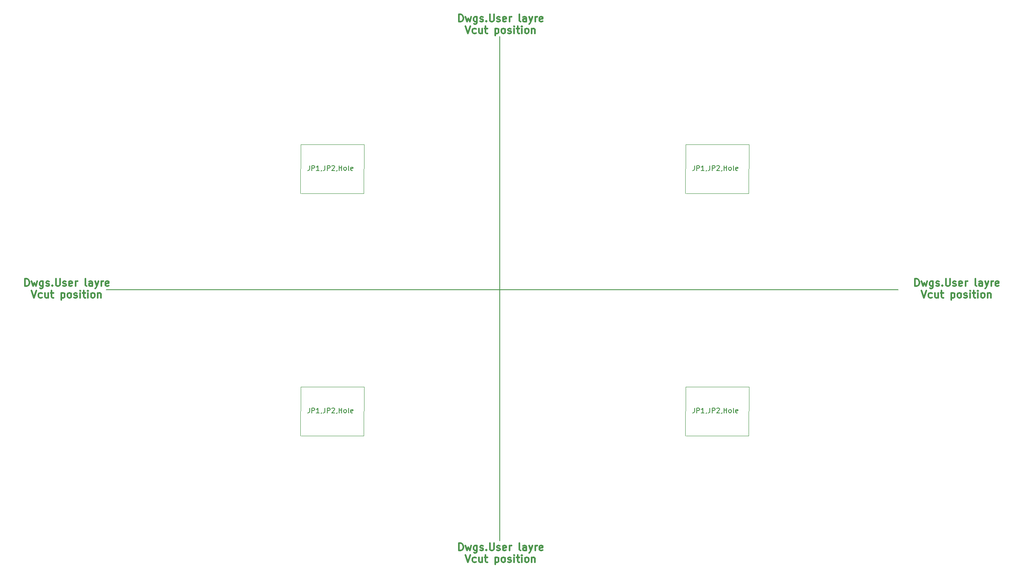
<source format=gbr>
G04 #@! TF.FileFunction,Drawing*
%FSLAX46Y46*%
G04 Gerber Fmt 4.6, Leading zero omitted, Abs format (unit mm)*
G04 Created by KiCad (PCBNEW (after 2015-mar-04 BZR unknown)-product) date 2015年08月08日土曜日 23:09:20*
%MOMM*%
G01*
G04 APERTURE LIST*
%ADD10C,0.100000*%
%ADD11C,0.300000*%
%ADD12C,0.200000*%
%ADD13C,0.150000*%
G04 APERTURE END LIST*
D10*
D11*
X71113143Y-4050571D02*
X71113143Y-2550571D01*
X71470286Y-2550571D01*
X71684571Y-2622000D01*
X71827429Y-2764857D01*
X71898857Y-2907714D01*
X71970286Y-3193429D01*
X71970286Y-3407714D01*
X71898857Y-3693429D01*
X71827429Y-3836286D01*
X71684571Y-3979143D01*
X71470286Y-4050571D01*
X71113143Y-4050571D01*
X72470286Y-3050571D02*
X72756000Y-4050571D01*
X73041714Y-3336286D01*
X73327429Y-4050571D01*
X73613143Y-3050571D01*
X74827429Y-3050571D02*
X74827429Y-4264857D01*
X74756000Y-4407714D01*
X74684572Y-4479143D01*
X74541715Y-4550571D01*
X74327429Y-4550571D01*
X74184572Y-4479143D01*
X74827429Y-3979143D02*
X74684572Y-4050571D01*
X74398858Y-4050571D01*
X74256000Y-3979143D01*
X74184572Y-3907714D01*
X74113143Y-3764857D01*
X74113143Y-3336286D01*
X74184572Y-3193429D01*
X74256000Y-3122000D01*
X74398858Y-3050571D01*
X74684572Y-3050571D01*
X74827429Y-3122000D01*
X75470286Y-3979143D02*
X75613143Y-4050571D01*
X75898858Y-4050571D01*
X76041715Y-3979143D01*
X76113143Y-3836286D01*
X76113143Y-3764857D01*
X76041715Y-3622000D01*
X75898858Y-3550571D01*
X75684572Y-3550571D01*
X75541715Y-3479143D01*
X75470286Y-3336286D01*
X75470286Y-3264857D01*
X75541715Y-3122000D01*
X75684572Y-3050571D01*
X75898858Y-3050571D01*
X76041715Y-3122000D01*
X76756001Y-3907714D02*
X76827429Y-3979143D01*
X76756001Y-4050571D01*
X76684572Y-3979143D01*
X76756001Y-3907714D01*
X76756001Y-4050571D01*
X77470287Y-2550571D02*
X77470287Y-3764857D01*
X77541715Y-3907714D01*
X77613144Y-3979143D01*
X77756001Y-4050571D01*
X78041715Y-4050571D01*
X78184573Y-3979143D01*
X78256001Y-3907714D01*
X78327430Y-3764857D01*
X78327430Y-2550571D01*
X78970287Y-3979143D02*
X79113144Y-4050571D01*
X79398859Y-4050571D01*
X79541716Y-3979143D01*
X79613144Y-3836286D01*
X79613144Y-3764857D01*
X79541716Y-3622000D01*
X79398859Y-3550571D01*
X79184573Y-3550571D01*
X79041716Y-3479143D01*
X78970287Y-3336286D01*
X78970287Y-3264857D01*
X79041716Y-3122000D01*
X79184573Y-3050571D01*
X79398859Y-3050571D01*
X79541716Y-3122000D01*
X80827430Y-3979143D02*
X80684573Y-4050571D01*
X80398859Y-4050571D01*
X80256002Y-3979143D01*
X80184573Y-3836286D01*
X80184573Y-3264857D01*
X80256002Y-3122000D01*
X80398859Y-3050571D01*
X80684573Y-3050571D01*
X80827430Y-3122000D01*
X80898859Y-3264857D01*
X80898859Y-3407714D01*
X80184573Y-3550571D01*
X81541716Y-4050571D02*
X81541716Y-3050571D01*
X81541716Y-3336286D02*
X81613144Y-3193429D01*
X81684573Y-3122000D01*
X81827430Y-3050571D01*
X81970287Y-3050571D01*
X83827430Y-4050571D02*
X83684572Y-3979143D01*
X83613144Y-3836286D01*
X83613144Y-2550571D01*
X85041715Y-4050571D02*
X85041715Y-3264857D01*
X84970286Y-3122000D01*
X84827429Y-3050571D01*
X84541715Y-3050571D01*
X84398858Y-3122000D01*
X85041715Y-3979143D02*
X84898858Y-4050571D01*
X84541715Y-4050571D01*
X84398858Y-3979143D01*
X84327429Y-3836286D01*
X84327429Y-3693429D01*
X84398858Y-3550571D01*
X84541715Y-3479143D01*
X84898858Y-3479143D01*
X85041715Y-3407714D01*
X85613144Y-3050571D02*
X85970287Y-4050571D01*
X86327429Y-3050571D02*
X85970287Y-4050571D01*
X85827429Y-4407714D01*
X85756001Y-4479143D01*
X85613144Y-4550571D01*
X86898858Y-4050571D02*
X86898858Y-3050571D01*
X86898858Y-3336286D02*
X86970286Y-3193429D01*
X87041715Y-3122000D01*
X87184572Y-3050571D01*
X87327429Y-3050571D01*
X88398857Y-3979143D02*
X88256000Y-4050571D01*
X87970286Y-4050571D01*
X87827429Y-3979143D01*
X87756000Y-3836286D01*
X87756000Y-3264857D01*
X87827429Y-3122000D01*
X87970286Y-3050571D01*
X88256000Y-3050571D01*
X88398857Y-3122000D01*
X88470286Y-3264857D01*
X88470286Y-3407714D01*
X87756000Y-3550571D01*
X72470285Y-4950571D02*
X72970285Y-6450571D01*
X73470285Y-4950571D01*
X74613142Y-6379143D02*
X74470285Y-6450571D01*
X74184571Y-6450571D01*
X74041713Y-6379143D01*
X73970285Y-6307714D01*
X73898856Y-6164857D01*
X73898856Y-5736286D01*
X73970285Y-5593429D01*
X74041713Y-5522000D01*
X74184571Y-5450571D01*
X74470285Y-5450571D01*
X74613142Y-5522000D01*
X75898856Y-5450571D02*
X75898856Y-6450571D01*
X75255999Y-5450571D02*
X75255999Y-6236286D01*
X75327427Y-6379143D01*
X75470285Y-6450571D01*
X75684570Y-6450571D01*
X75827427Y-6379143D01*
X75898856Y-6307714D01*
X76398856Y-5450571D02*
X76970285Y-5450571D01*
X76613142Y-4950571D02*
X76613142Y-6236286D01*
X76684570Y-6379143D01*
X76827428Y-6450571D01*
X76970285Y-6450571D01*
X78613142Y-5450571D02*
X78613142Y-6950571D01*
X78613142Y-5522000D02*
X78755999Y-5450571D01*
X79041713Y-5450571D01*
X79184570Y-5522000D01*
X79255999Y-5593429D01*
X79327428Y-5736286D01*
X79327428Y-6164857D01*
X79255999Y-6307714D01*
X79184570Y-6379143D01*
X79041713Y-6450571D01*
X78755999Y-6450571D01*
X78613142Y-6379143D01*
X80184571Y-6450571D02*
X80041713Y-6379143D01*
X79970285Y-6307714D01*
X79898856Y-6164857D01*
X79898856Y-5736286D01*
X79970285Y-5593429D01*
X80041713Y-5522000D01*
X80184571Y-5450571D01*
X80398856Y-5450571D01*
X80541713Y-5522000D01*
X80613142Y-5593429D01*
X80684571Y-5736286D01*
X80684571Y-6164857D01*
X80613142Y-6307714D01*
X80541713Y-6379143D01*
X80398856Y-6450571D01*
X80184571Y-6450571D01*
X81255999Y-6379143D02*
X81398856Y-6450571D01*
X81684571Y-6450571D01*
X81827428Y-6379143D01*
X81898856Y-6236286D01*
X81898856Y-6164857D01*
X81827428Y-6022000D01*
X81684571Y-5950571D01*
X81470285Y-5950571D01*
X81327428Y-5879143D01*
X81255999Y-5736286D01*
X81255999Y-5664857D01*
X81327428Y-5522000D01*
X81470285Y-5450571D01*
X81684571Y-5450571D01*
X81827428Y-5522000D01*
X82541714Y-6450571D02*
X82541714Y-5450571D01*
X82541714Y-4950571D02*
X82470285Y-5022000D01*
X82541714Y-5093429D01*
X82613142Y-5022000D01*
X82541714Y-4950571D01*
X82541714Y-5093429D01*
X83041714Y-5450571D02*
X83613143Y-5450571D01*
X83256000Y-4950571D02*
X83256000Y-6236286D01*
X83327428Y-6379143D01*
X83470286Y-6450571D01*
X83613143Y-6450571D01*
X84113143Y-6450571D02*
X84113143Y-5450571D01*
X84113143Y-4950571D02*
X84041714Y-5022000D01*
X84113143Y-5093429D01*
X84184571Y-5022000D01*
X84113143Y-4950571D01*
X84113143Y-5093429D01*
X85041715Y-6450571D02*
X84898857Y-6379143D01*
X84827429Y-6307714D01*
X84756000Y-6164857D01*
X84756000Y-5736286D01*
X84827429Y-5593429D01*
X84898857Y-5522000D01*
X85041715Y-5450571D01*
X85256000Y-5450571D01*
X85398857Y-5522000D01*
X85470286Y-5593429D01*
X85541715Y-5736286D01*
X85541715Y-6164857D01*
X85470286Y-6307714D01*
X85398857Y-6379143D01*
X85256000Y-6450571D01*
X85041715Y-6450571D01*
X86184572Y-5450571D02*
X86184572Y-6450571D01*
X86184572Y-5593429D02*
X86256000Y-5522000D01*
X86398858Y-5450571D01*
X86613143Y-5450571D01*
X86756000Y-5522000D01*
X86827429Y-5664857D01*
X86827429Y-6450571D01*
X165601143Y50813429D02*
X165601143Y52313429D01*
X165958286Y52313429D01*
X166172571Y52242000D01*
X166315429Y52099143D01*
X166386857Y51956286D01*
X166458286Y51670571D01*
X166458286Y51456286D01*
X166386857Y51170571D01*
X166315429Y51027714D01*
X166172571Y50884857D01*
X165958286Y50813429D01*
X165601143Y50813429D01*
X166958286Y51813429D02*
X167244000Y50813429D01*
X167529714Y51527714D01*
X167815429Y50813429D01*
X168101143Y51813429D01*
X169315429Y51813429D02*
X169315429Y50599143D01*
X169244000Y50456286D01*
X169172572Y50384857D01*
X169029715Y50313429D01*
X168815429Y50313429D01*
X168672572Y50384857D01*
X169315429Y50884857D02*
X169172572Y50813429D01*
X168886858Y50813429D01*
X168744000Y50884857D01*
X168672572Y50956286D01*
X168601143Y51099143D01*
X168601143Y51527714D01*
X168672572Y51670571D01*
X168744000Y51742000D01*
X168886858Y51813429D01*
X169172572Y51813429D01*
X169315429Y51742000D01*
X169958286Y50884857D02*
X170101143Y50813429D01*
X170386858Y50813429D01*
X170529715Y50884857D01*
X170601143Y51027714D01*
X170601143Y51099143D01*
X170529715Y51242000D01*
X170386858Y51313429D01*
X170172572Y51313429D01*
X170029715Y51384857D01*
X169958286Y51527714D01*
X169958286Y51599143D01*
X170029715Y51742000D01*
X170172572Y51813429D01*
X170386858Y51813429D01*
X170529715Y51742000D01*
X171244001Y50956286D02*
X171315429Y50884857D01*
X171244001Y50813429D01*
X171172572Y50884857D01*
X171244001Y50956286D01*
X171244001Y50813429D01*
X171958287Y52313429D02*
X171958287Y51099143D01*
X172029715Y50956286D01*
X172101144Y50884857D01*
X172244001Y50813429D01*
X172529715Y50813429D01*
X172672573Y50884857D01*
X172744001Y50956286D01*
X172815430Y51099143D01*
X172815430Y52313429D01*
X173458287Y50884857D02*
X173601144Y50813429D01*
X173886859Y50813429D01*
X174029716Y50884857D01*
X174101144Y51027714D01*
X174101144Y51099143D01*
X174029716Y51242000D01*
X173886859Y51313429D01*
X173672573Y51313429D01*
X173529716Y51384857D01*
X173458287Y51527714D01*
X173458287Y51599143D01*
X173529716Y51742000D01*
X173672573Y51813429D01*
X173886859Y51813429D01*
X174029716Y51742000D01*
X175315430Y50884857D02*
X175172573Y50813429D01*
X174886859Y50813429D01*
X174744002Y50884857D01*
X174672573Y51027714D01*
X174672573Y51599143D01*
X174744002Y51742000D01*
X174886859Y51813429D01*
X175172573Y51813429D01*
X175315430Y51742000D01*
X175386859Y51599143D01*
X175386859Y51456286D01*
X174672573Y51313429D01*
X176029716Y50813429D02*
X176029716Y51813429D01*
X176029716Y51527714D02*
X176101144Y51670571D01*
X176172573Y51742000D01*
X176315430Y51813429D01*
X176458287Y51813429D01*
X178315430Y50813429D02*
X178172572Y50884857D01*
X178101144Y51027714D01*
X178101144Y52313429D01*
X179529715Y50813429D02*
X179529715Y51599143D01*
X179458286Y51742000D01*
X179315429Y51813429D01*
X179029715Y51813429D01*
X178886858Y51742000D01*
X179529715Y50884857D02*
X179386858Y50813429D01*
X179029715Y50813429D01*
X178886858Y50884857D01*
X178815429Y51027714D01*
X178815429Y51170571D01*
X178886858Y51313429D01*
X179029715Y51384857D01*
X179386858Y51384857D01*
X179529715Y51456286D01*
X180101144Y51813429D02*
X180458287Y50813429D01*
X180815429Y51813429D02*
X180458287Y50813429D01*
X180315429Y50456286D01*
X180244001Y50384857D01*
X180101144Y50313429D01*
X181386858Y50813429D02*
X181386858Y51813429D01*
X181386858Y51527714D02*
X181458286Y51670571D01*
X181529715Y51742000D01*
X181672572Y51813429D01*
X181815429Y51813429D01*
X182886857Y50884857D02*
X182744000Y50813429D01*
X182458286Y50813429D01*
X182315429Y50884857D01*
X182244000Y51027714D01*
X182244000Y51599143D01*
X182315429Y51742000D01*
X182458286Y51813429D01*
X182744000Y51813429D01*
X182886857Y51742000D01*
X182958286Y51599143D01*
X182958286Y51456286D01*
X182244000Y51313429D01*
X166958285Y49913429D02*
X167458285Y48413429D01*
X167958285Y49913429D01*
X169101142Y48484857D02*
X168958285Y48413429D01*
X168672571Y48413429D01*
X168529713Y48484857D01*
X168458285Y48556286D01*
X168386856Y48699143D01*
X168386856Y49127714D01*
X168458285Y49270571D01*
X168529713Y49342000D01*
X168672571Y49413429D01*
X168958285Y49413429D01*
X169101142Y49342000D01*
X170386856Y49413429D02*
X170386856Y48413429D01*
X169743999Y49413429D02*
X169743999Y48627714D01*
X169815427Y48484857D01*
X169958285Y48413429D01*
X170172570Y48413429D01*
X170315427Y48484857D01*
X170386856Y48556286D01*
X170886856Y49413429D02*
X171458285Y49413429D01*
X171101142Y49913429D02*
X171101142Y48627714D01*
X171172570Y48484857D01*
X171315428Y48413429D01*
X171458285Y48413429D01*
X173101142Y49413429D02*
X173101142Y47913429D01*
X173101142Y49342000D02*
X173243999Y49413429D01*
X173529713Y49413429D01*
X173672570Y49342000D01*
X173743999Y49270571D01*
X173815428Y49127714D01*
X173815428Y48699143D01*
X173743999Y48556286D01*
X173672570Y48484857D01*
X173529713Y48413429D01*
X173243999Y48413429D01*
X173101142Y48484857D01*
X174672571Y48413429D02*
X174529713Y48484857D01*
X174458285Y48556286D01*
X174386856Y48699143D01*
X174386856Y49127714D01*
X174458285Y49270571D01*
X174529713Y49342000D01*
X174672571Y49413429D01*
X174886856Y49413429D01*
X175029713Y49342000D01*
X175101142Y49270571D01*
X175172571Y49127714D01*
X175172571Y48699143D01*
X175101142Y48556286D01*
X175029713Y48484857D01*
X174886856Y48413429D01*
X174672571Y48413429D01*
X175743999Y48484857D02*
X175886856Y48413429D01*
X176172571Y48413429D01*
X176315428Y48484857D01*
X176386856Y48627714D01*
X176386856Y48699143D01*
X176315428Y48842000D01*
X176172571Y48913429D01*
X175958285Y48913429D01*
X175815428Y48984857D01*
X175743999Y49127714D01*
X175743999Y49199143D01*
X175815428Y49342000D01*
X175958285Y49413429D01*
X176172571Y49413429D01*
X176315428Y49342000D01*
X177029714Y48413429D02*
X177029714Y49413429D01*
X177029714Y49913429D02*
X176958285Y49842000D01*
X177029714Y49770571D01*
X177101142Y49842000D01*
X177029714Y49913429D01*
X177029714Y49770571D01*
X177529714Y49413429D02*
X178101143Y49413429D01*
X177744000Y49913429D02*
X177744000Y48627714D01*
X177815428Y48484857D01*
X177958286Y48413429D01*
X178101143Y48413429D01*
X178601143Y48413429D02*
X178601143Y49413429D01*
X178601143Y49913429D02*
X178529714Y49842000D01*
X178601143Y49770571D01*
X178672571Y49842000D01*
X178601143Y49913429D01*
X178601143Y49770571D01*
X179529715Y48413429D02*
X179386857Y48484857D01*
X179315429Y48556286D01*
X179244000Y48699143D01*
X179244000Y49127714D01*
X179315429Y49270571D01*
X179386857Y49342000D01*
X179529715Y49413429D01*
X179744000Y49413429D01*
X179886857Y49342000D01*
X179958286Y49270571D01*
X180029715Y49127714D01*
X180029715Y48699143D01*
X179958286Y48556286D01*
X179886857Y48484857D01*
X179744000Y48413429D01*
X179529715Y48413429D01*
X180672572Y49413429D02*
X180672572Y48413429D01*
X180672572Y49270571D02*
X180744000Y49342000D01*
X180886858Y49413429D01*
X181101143Y49413429D01*
X181244000Y49342000D01*
X181315429Y49199143D01*
X181315429Y48413429D01*
X-18802857Y50813429D02*
X-18802857Y52313429D01*
X-18445714Y52313429D01*
X-18231429Y52242000D01*
X-18088571Y52099143D01*
X-18017143Y51956286D01*
X-17945714Y51670571D01*
X-17945714Y51456286D01*
X-18017143Y51170571D01*
X-18088571Y51027714D01*
X-18231429Y50884857D01*
X-18445714Y50813429D01*
X-18802857Y50813429D01*
X-17445714Y51813429D02*
X-17160000Y50813429D01*
X-16874286Y51527714D01*
X-16588571Y50813429D01*
X-16302857Y51813429D01*
X-15088571Y51813429D02*
X-15088571Y50599143D01*
X-15160000Y50456286D01*
X-15231428Y50384857D01*
X-15374285Y50313429D01*
X-15588571Y50313429D01*
X-15731428Y50384857D01*
X-15088571Y50884857D02*
X-15231428Y50813429D01*
X-15517142Y50813429D01*
X-15660000Y50884857D01*
X-15731428Y50956286D01*
X-15802857Y51099143D01*
X-15802857Y51527714D01*
X-15731428Y51670571D01*
X-15660000Y51742000D01*
X-15517142Y51813429D01*
X-15231428Y51813429D01*
X-15088571Y51742000D01*
X-14445714Y50884857D02*
X-14302857Y50813429D01*
X-14017142Y50813429D01*
X-13874285Y50884857D01*
X-13802857Y51027714D01*
X-13802857Y51099143D01*
X-13874285Y51242000D01*
X-14017142Y51313429D01*
X-14231428Y51313429D01*
X-14374285Y51384857D01*
X-14445714Y51527714D01*
X-14445714Y51599143D01*
X-14374285Y51742000D01*
X-14231428Y51813429D01*
X-14017142Y51813429D01*
X-13874285Y51742000D01*
X-13159999Y50956286D02*
X-13088571Y50884857D01*
X-13159999Y50813429D01*
X-13231428Y50884857D01*
X-13159999Y50956286D01*
X-13159999Y50813429D01*
X-12445713Y52313429D02*
X-12445713Y51099143D01*
X-12374285Y50956286D01*
X-12302856Y50884857D01*
X-12159999Y50813429D01*
X-11874285Y50813429D01*
X-11731427Y50884857D01*
X-11659999Y50956286D01*
X-11588570Y51099143D01*
X-11588570Y52313429D01*
X-10945713Y50884857D02*
X-10802856Y50813429D01*
X-10517141Y50813429D01*
X-10374284Y50884857D01*
X-10302856Y51027714D01*
X-10302856Y51099143D01*
X-10374284Y51242000D01*
X-10517141Y51313429D01*
X-10731427Y51313429D01*
X-10874284Y51384857D01*
X-10945713Y51527714D01*
X-10945713Y51599143D01*
X-10874284Y51742000D01*
X-10731427Y51813429D01*
X-10517141Y51813429D01*
X-10374284Y51742000D01*
X-9088570Y50884857D02*
X-9231427Y50813429D01*
X-9517141Y50813429D01*
X-9659998Y50884857D01*
X-9731427Y51027714D01*
X-9731427Y51599143D01*
X-9659998Y51742000D01*
X-9517141Y51813429D01*
X-9231427Y51813429D01*
X-9088570Y51742000D01*
X-9017141Y51599143D01*
X-9017141Y51456286D01*
X-9731427Y51313429D01*
X-8374284Y50813429D02*
X-8374284Y51813429D01*
X-8374284Y51527714D02*
X-8302856Y51670571D01*
X-8231427Y51742000D01*
X-8088570Y51813429D01*
X-7945713Y51813429D01*
X-6088570Y50813429D02*
X-6231428Y50884857D01*
X-6302856Y51027714D01*
X-6302856Y52313429D01*
X-4874285Y50813429D02*
X-4874285Y51599143D01*
X-4945714Y51742000D01*
X-5088571Y51813429D01*
X-5374285Y51813429D01*
X-5517142Y51742000D01*
X-4874285Y50884857D02*
X-5017142Y50813429D01*
X-5374285Y50813429D01*
X-5517142Y50884857D01*
X-5588571Y51027714D01*
X-5588571Y51170571D01*
X-5517142Y51313429D01*
X-5374285Y51384857D01*
X-5017142Y51384857D01*
X-4874285Y51456286D01*
X-4302856Y51813429D02*
X-3945713Y50813429D01*
X-3588571Y51813429D02*
X-3945713Y50813429D01*
X-4088571Y50456286D01*
X-4159999Y50384857D01*
X-4302856Y50313429D01*
X-3017142Y50813429D02*
X-3017142Y51813429D01*
X-3017142Y51527714D02*
X-2945714Y51670571D01*
X-2874285Y51742000D01*
X-2731428Y51813429D01*
X-2588571Y51813429D01*
X-1517143Y50884857D02*
X-1660000Y50813429D01*
X-1945714Y50813429D01*
X-2088571Y50884857D01*
X-2160000Y51027714D01*
X-2160000Y51599143D01*
X-2088571Y51742000D01*
X-1945714Y51813429D01*
X-1660000Y51813429D01*
X-1517143Y51742000D01*
X-1445714Y51599143D01*
X-1445714Y51456286D01*
X-2160000Y51313429D01*
X-17445715Y49913429D02*
X-16945715Y48413429D01*
X-16445715Y49913429D01*
X-15302858Y48484857D02*
X-15445715Y48413429D01*
X-15731429Y48413429D01*
X-15874287Y48484857D01*
X-15945715Y48556286D01*
X-16017144Y48699143D01*
X-16017144Y49127714D01*
X-15945715Y49270571D01*
X-15874287Y49342000D01*
X-15731429Y49413429D01*
X-15445715Y49413429D01*
X-15302858Y49342000D01*
X-14017144Y49413429D02*
X-14017144Y48413429D01*
X-14660001Y49413429D02*
X-14660001Y48627714D01*
X-14588573Y48484857D01*
X-14445715Y48413429D01*
X-14231430Y48413429D01*
X-14088573Y48484857D01*
X-14017144Y48556286D01*
X-13517144Y49413429D02*
X-12945715Y49413429D01*
X-13302858Y49913429D02*
X-13302858Y48627714D01*
X-13231430Y48484857D01*
X-13088572Y48413429D01*
X-12945715Y48413429D01*
X-11302858Y49413429D02*
X-11302858Y47913429D01*
X-11302858Y49342000D02*
X-11160001Y49413429D01*
X-10874287Y49413429D01*
X-10731430Y49342000D01*
X-10660001Y49270571D01*
X-10588572Y49127714D01*
X-10588572Y48699143D01*
X-10660001Y48556286D01*
X-10731430Y48484857D01*
X-10874287Y48413429D01*
X-11160001Y48413429D01*
X-11302858Y48484857D01*
X-9731429Y48413429D02*
X-9874287Y48484857D01*
X-9945715Y48556286D01*
X-10017144Y48699143D01*
X-10017144Y49127714D01*
X-9945715Y49270571D01*
X-9874287Y49342000D01*
X-9731429Y49413429D01*
X-9517144Y49413429D01*
X-9374287Y49342000D01*
X-9302858Y49270571D01*
X-9231429Y49127714D01*
X-9231429Y48699143D01*
X-9302858Y48556286D01*
X-9374287Y48484857D01*
X-9517144Y48413429D01*
X-9731429Y48413429D01*
X-8660001Y48484857D02*
X-8517144Y48413429D01*
X-8231429Y48413429D01*
X-8088572Y48484857D01*
X-8017144Y48627714D01*
X-8017144Y48699143D01*
X-8088572Y48842000D01*
X-8231429Y48913429D01*
X-8445715Y48913429D01*
X-8588572Y48984857D01*
X-8660001Y49127714D01*
X-8660001Y49199143D01*
X-8588572Y49342000D01*
X-8445715Y49413429D01*
X-8231429Y49413429D01*
X-8088572Y49342000D01*
X-7374286Y48413429D02*
X-7374286Y49413429D01*
X-7374286Y49913429D02*
X-7445715Y49842000D01*
X-7374286Y49770571D01*
X-7302858Y49842000D01*
X-7374286Y49913429D01*
X-7374286Y49770571D01*
X-6874286Y49413429D02*
X-6302857Y49413429D01*
X-6660000Y49913429D02*
X-6660000Y48627714D01*
X-6588572Y48484857D01*
X-6445714Y48413429D01*
X-6302857Y48413429D01*
X-5802857Y48413429D02*
X-5802857Y49413429D01*
X-5802857Y49913429D02*
X-5874286Y49842000D01*
X-5802857Y49770571D01*
X-5731429Y49842000D01*
X-5802857Y49913429D01*
X-5802857Y49770571D01*
X-4874285Y48413429D02*
X-5017143Y48484857D01*
X-5088571Y48556286D01*
X-5160000Y48699143D01*
X-5160000Y49127714D01*
X-5088571Y49270571D01*
X-5017143Y49342000D01*
X-4874285Y49413429D01*
X-4660000Y49413429D01*
X-4517143Y49342000D01*
X-4445714Y49270571D01*
X-4374285Y49127714D01*
X-4374285Y48699143D01*
X-4445714Y48556286D01*
X-4517143Y48484857D01*
X-4660000Y48413429D01*
X-4874285Y48413429D01*
X-3731428Y49413429D02*
X-3731428Y48413429D01*
X-3731428Y49270571D02*
X-3660000Y49342000D01*
X-3517142Y49413429D01*
X-3302857Y49413429D01*
X-3160000Y49342000D01*
X-3088571Y49199143D01*
X-3088571Y48413429D01*
X71113143Y105677429D02*
X71113143Y107177429D01*
X71470286Y107177429D01*
X71684571Y107106000D01*
X71827429Y106963143D01*
X71898857Y106820286D01*
X71970286Y106534571D01*
X71970286Y106320286D01*
X71898857Y106034571D01*
X71827429Y105891714D01*
X71684571Y105748857D01*
X71470286Y105677429D01*
X71113143Y105677429D01*
X72470286Y106677429D02*
X72756000Y105677429D01*
X73041714Y106391714D01*
X73327429Y105677429D01*
X73613143Y106677429D01*
X74827429Y106677429D02*
X74827429Y105463143D01*
X74756000Y105320286D01*
X74684572Y105248857D01*
X74541715Y105177429D01*
X74327429Y105177429D01*
X74184572Y105248857D01*
X74827429Y105748857D02*
X74684572Y105677429D01*
X74398858Y105677429D01*
X74256000Y105748857D01*
X74184572Y105820286D01*
X74113143Y105963143D01*
X74113143Y106391714D01*
X74184572Y106534571D01*
X74256000Y106606000D01*
X74398858Y106677429D01*
X74684572Y106677429D01*
X74827429Y106606000D01*
X75470286Y105748857D02*
X75613143Y105677429D01*
X75898858Y105677429D01*
X76041715Y105748857D01*
X76113143Y105891714D01*
X76113143Y105963143D01*
X76041715Y106106000D01*
X75898858Y106177429D01*
X75684572Y106177429D01*
X75541715Y106248857D01*
X75470286Y106391714D01*
X75470286Y106463143D01*
X75541715Y106606000D01*
X75684572Y106677429D01*
X75898858Y106677429D01*
X76041715Y106606000D01*
X76756001Y105820286D02*
X76827429Y105748857D01*
X76756001Y105677429D01*
X76684572Y105748857D01*
X76756001Y105820286D01*
X76756001Y105677429D01*
X77470287Y107177429D02*
X77470287Y105963143D01*
X77541715Y105820286D01*
X77613144Y105748857D01*
X77756001Y105677429D01*
X78041715Y105677429D01*
X78184573Y105748857D01*
X78256001Y105820286D01*
X78327430Y105963143D01*
X78327430Y107177429D01*
X78970287Y105748857D02*
X79113144Y105677429D01*
X79398859Y105677429D01*
X79541716Y105748857D01*
X79613144Y105891714D01*
X79613144Y105963143D01*
X79541716Y106106000D01*
X79398859Y106177429D01*
X79184573Y106177429D01*
X79041716Y106248857D01*
X78970287Y106391714D01*
X78970287Y106463143D01*
X79041716Y106606000D01*
X79184573Y106677429D01*
X79398859Y106677429D01*
X79541716Y106606000D01*
X80827430Y105748857D02*
X80684573Y105677429D01*
X80398859Y105677429D01*
X80256002Y105748857D01*
X80184573Y105891714D01*
X80184573Y106463143D01*
X80256002Y106606000D01*
X80398859Y106677429D01*
X80684573Y106677429D01*
X80827430Y106606000D01*
X80898859Y106463143D01*
X80898859Y106320286D01*
X80184573Y106177429D01*
X81541716Y105677429D02*
X81541716Y106677429D01*
X81541716Y106391714D02*
X81613144Y106534571D01*
X81684573Y106606000D01*
X81827430Y106677429D01*
X81970287Y106677429D01*
X83827430Y105677429D02*
X83684572Y105748857D01*
X83613144Y105891714D01*
X83613144Y107177429D01*
X85041715Y105677429D02*
X85041715Y106463143D01*
X84970286Y106606000D01*
X84827429Y106677429D01*
X84541715Y106677429D01*
X84398858Y106606000D01*
X85041715Y105748857D02*
X84898858Y105677429D01*
X84541715Y105677429D01*
X84398858Y105748857D01*
X84327429Y105891714D01*
X84327429Y106034571D01*
X84398858Y106177429D01*
X84541715Y106248857D01*
X84898858Y106248857D01*
X85041715Y106320286D01*
X85613144Y106677429D02*
X85970287Y105677429D01*
X86327429Y106677429D02*
X85970287Y105677429D01*
X85827429Y105320286D01*
X85756001Y105248857D01*
X85613144Y105177429D01*
X86898858Y105677429D02*
X86898858Y106677429D01*
X86898858Y106391714D02*
X86970286Y106534571D01*
X87041715Y106606000D01*
X87184572Y106677429D01*
X87327429Y106677429D01*
X88398857Y105748857D02*
X88256000Y105677429D01*
X87970286Y105677429D01*
X87827429Y105748857D01*
X87756000Y105891714D01*
X87756000Y106463143D01*
X87827429Y106606000D01*
X87970286Y106677429D01*
X88256000Y106677429D01*
X88398857Y106606000D01*
X88470286Y106463143D01*
X88470286Y106320286D01*
X87756000Y106177429D01*
X72470285Y104777429D02*
X72970285Y103277429D01*
X73470285Y104777429D01*
X74613142Y103348857D02*
X74470285Y103277429D01*
X74184571Y103277429D01*
X74041713Y103348857D01*
X73970285Y103420286D01*
X73898856Y103563143D01*
X73898856Y103991714D01*
X73970285Y104134571D01*
X74041713Y104206000D01*
X74184571Y104277429D01*
X74470285Y104277429D01*
X74613142Y104206000D01*
X75898856Y104277429D02*
X75898856Y103277429D01*
X75255999Y104277429D02*
X75255999Y103491714D01*
X75327427Y103348857D01*
X75470285Y103277429D01*
X75684570Y103277429D01*
X75827427Y103348857D01*
X75898856Y103420286D01*
X76398856Y104277429D02*
X76970285Y104277429D01*
X76613142Y104777429D02*
X76613142Y103491714D01*
X76684570Y103348857D01*
X76827428Y103277429D01*
X76970285Y103277429D01*
X78613142Y104277429D02*
X78613142Y102777429D01*
X78613142Y104206000D02*
X78755999Y104277429D01*
X79041713Y104277429D01*
X79184570Y104206000D01*
X79255999Y104134571D01*
X79327428Y103991714D01*
X79327428Y103563143D01*
X79255999Y103420286D01*
X79184570Y103348857D01*
X79041713Y103277429D01*
X78755999Y103277429D01*
X78613142Y103348857D01*
X80184571Y103277429D02*
X80041713Y103348857D01*
X79970285Y103420286D01*
X79898856Y103563143D01*
X79898856Y103991714D01*
X79970285Y104134571D01*
X80041713Y104206000D01*
X80184571Y104277429D01*
X80398856Y104277429D01*
X80541713Y104206000D01*
X80613142Y104134571D01*
X80684571Y103991714D01*
X80684571Y103563143D01*
X80613142Y103420286D01*
X80541713Y103348857D01*
X80398856Y103277429D01*
X80184571Y103277429D01*
X81255999Y103348857D02*
X81398856Y103277429D01*
X81684571Y103277429D01*
X81827428Y103348857D01*
X81898856Y103491714D01*
X81898856Y103563143D01*
X81827428Y103706000D01*
X81684571Y103777429D01*
X81470285Y103777429D01*
X81327428Y103848857D01*
X81255999Y103991714D01*
X81255999Y104063143D01*
X81327428Y104206000D01*
X81470285Y104277429D01*
X81684571Y104277429D01*
X81827428Y104206000D01*
X82541714Y103277429D02*
X82541714Y104277429D01*
X82541714Y104777429D02*
X82470285Y104706000D01*
X82541714Y104634571D01*
X82613142Y104706000D01*
X82541714Y104777429D01*
X82541714Y104634571D01*
X83041714Y104277429D02*
X83613143Y104277429D01*
X83256000Y104777429D02*
X83256000Y103491714D01*
X83327428Y103348857D01*
X83470286Y103277429D01*
X83613143Y103277429D01*
X84113143Y103277429D02*
X84113143Y104277429D01*
X84113143Y104777429D02*
X84041714Y104706000D01*
X84113143Y104634571D01*
X84184571Y104706000D01*
X84113143Y104777429D01*
X84113143Y104634571D01*
X85041715Y103277429D02*
X84898857Y103348857D01*
X84827429Y103420286D01*
X84756000Y103563143D01*
X84756000Y103991714D01*
X84827429Y104134571D01*
X84898857Y104206000D01*
X85041715Y104277429D01*
X85256000Y104277429D01*
X85398857Y104206000D01*
X85470286Y104134571D01*
X85541715Y103991714D01*
X85541715Y103563143D01*
X85470286Y103420286D01*
X85398857Y103348857D01*
X85256000Y103277429D01*
X85041715Y103277429D01*
X86184572Y104277429D02*
X86184572Y103277429D01*
X86184572Y104134571D02*
X86256000Y104206000D01*
X86398858Y104277429D01*
X86613143Y104277429D01*
X86756000Y104206000D01*
X86827429Y104063143D01*
X86827429Y103277429D01*
D12*
X79502000Y102616000D02*
X79502000Y-2032000D01*
X-2032000Y50038000D02*
X162052000Y50038000D01*
D10*
X38249900Y19784100D02*
X38313400Y29944100D01*
X51330900Y19784100D02*
X51394400Y29880600D01*
X44536400Y19784100D02*
X51267400Y19784100D01*
X44472900Y29944100D02*
X38376900Y29944100D01*
X44536400Y19784100D02*
X38376900Y19784100D01*
X44536400Y29944100D02*
X51394400Y29944100D01*
X118005900Y19784100D02*
X118069400Y29944100D01*
X131086900Y19784100D02*
X131150400Y29880600D01*
X124292400Y19784100D02*
X131023400Y19784100D01*
X124228900Y29944100D02*
X118132900Y29944100D01*
X124292400Y19784100D02*
X118132900Y19784100D01*
X124292400Y29944100D02*
X131150400Y29944100D01*
X118005900Y70076100D02*
X118069400Y80236100D01*
X131086900Y70076100D02*
X131150400Y80172600D01*
X124292400Y70076100D02*
X131023400Y70076100D01*
X124228900Y80236100D02*
X118132900Y80236100D01*
X124292400Y70076100D02*
X118132900Y70076100D01*
X124292400Y80236100D02*
X131150400Y80236100D01*
X38249900Y70076100D02*
X38313400Y80236100D01*
X51330900Y70076100D02*
X51394400Y80172600D01*
X44536400Y70076100D02*
X51267400Y70076100D01*
X44472900Y80236100D02*
X38376900Y80236100D01*
X44536400Y70076100D02*
X38376900Y70076100D01*
X44536400Y80236100D02*
X51394400Y80236100D01*
D13*
X40139567Y25538719D02*
X40139567Y24824433D01*
X40091947Y24681576D01*
X39996709Y24586338D01*
X39853852Y24538719D01*
X39758614Y24538719D01*
X40615757Y24538719D02*
X40615757Y25538719D01*
X40996710Y25538719D01*
X41091948Y25491100D01*
X41139567Y25443481D01*
X41187186Y25348243D01*
X41187186Y25205386D01*
X41139567Y25110148D01*
X41091948Y25062529D01*
X40996710Y25014910D01*
X40615757Y25014910D01*
X42139567Y24538719D02*
X41568138Y24538719D01*
X41853852Y24538719D02*
X41853852Y25538719D01*
X41758614Y25395862D01*
X41663376Y25300624D01*
X41568138Y25253005D01*
X42615757Y24586338D02*
X42615757Y24538719D01*
X42568138Y24443481D01*
X42520519Y24395862D01*
X43330043Y25538719D02*
X43330043Y24824433D01*
X43282423Y24681576D01*
X43187185Y24586338D01*
X43044328Y24538719D01*
X42949090Y24538719D01*
X43806233Y24538719D02*
X43806233Y25538719D01*
X44187186Y25538719D01*
X44282424Y25491100D01*
X44330043Y25443481D01*
X44377662Y25348243D01*
X44377662Y25205386D01*
X44330043Y25110148D01*
X44282424Y25062529D01*
X44187186Y25014910D01*
X43806233Y25014910D01*
X44758614Y25443481D02*
X44806233Y25491100D01*
X44901471Y25538719D01*
X45139567Y25538719D01*
X45234805Y25491100D01*
X45282424Y25443481D01*
X45330043Y25348243D01*
X45330043Y25253005D01*
X45282424Y25110148D01*
X44710995Y24538719D01*
X45330043Y24538719D01*
X45806233Y24586338D02*
X45806233Y24538719D01*
X45758614Y24443481D01*
X45710995Y24395862D01*
X46234804Y24538719D02*
X46234804Y25538719D01*
X46234804Y25062529D02*
X46806233Y25062529D01*
X46806233Y24538719D02*
X46806233Y25538719D01*
X47425280Y24538719D02*
X47330042Y24586338D01*
X47282423Y24633957D01*
X47234804Y24729195D01*
X47234804Y25014910D01*
X47282423Y25110148D01*
X47330042Y25157767D01*
X47425280Y25205386D01*
X47568138Y25205386D01*
X47663376Y25157767D01*
X47710995Y25110148D01*
X47758614Y25014910D01*
X47758614Y24729195D01*
X47710995Y24633957D01*
X47663376Y24586338D01*
X47568138Y24538719D01*
X47425280Y24538719D01*
X48330042Y24538719D02*
X48234804Y24586338D01*
X48187185Y24681576D01*
X48187185Y25538719D01*
X49091948Y24586338D02*
X48996710Y24538719D01*
X48806233Y24538719D01*
X48710995Y24586338D01*
X48663376Y24681576D01*
X48663376Y25062529D01*
X48710995Y25157767D01*
X48806233Y25205386D01*
X48996710Y25205386D01*
X49091948Y25157767D01*
X49139567Y25062529D01*
X49139567Y24967290D01*
X48663376Y24872052D01*
X119895567Y25538719D02*
X119895567Y24824433D01*
X119847947Y24681576D01*
X119752709Y24586338D01*
X119609852Y24538719D01*
X119514614Y24538719D01*
X120371757Y24538719D02*
X120371757Y25538719D01*
X120752710Y25538719D01*
X120847948Y25491100D01*
X120895567Y25443481D01*
X120943186Y25348243D01*
X120943186Y25205386D01*
X120895567Y25110148D01*
X120847948Y25062529D01*
X120752710Y25014910D01*
X120371757Y25014910D01*
X121895567Y24538719D02*
X121324138Y24538719D01*
X121609852Y24538719D02*
X121609852Y25538719D01*
X121514614Y25395862D01*
X121419376Y25300624D01*
X121324138Y25253005D01*
X122371757Y24586338D02*
X122371757Y24538719D01*
X122324138Y24443481D01*
X122276519Y24395862D01*
X123086043Y25538719D02*
X123086043Y24824433D01*
X123038423Y24681576D01*
X122943185Y24586338D01*
X122800328Y24538719D01*
X122705090Y24538719D01*
X123562233Y24538719D02*
X123562233Y25538719D01*
X123943186Y25538719D01*
X124038424Y25491100D01*
X124086043Y25443481D01*
X124133662Y25348243D01*
X124133662Y25205386D01*
X124086043Y25110148D01*
X124038424Y25062529D01*
X123943186Y25014910D01*
X123562233Y25014910D01*
X124514614Y25443481D02*
X124562233Y25491100D01*
X124657471Y25538719D01*
X124895567Y25538719D01*
X124990805Y25491100D01*
X125038424Y25443481D01*
X125086043Y25348243D01*
X125086043Y25253005D01*
X125038424Y25110148D01*
X124466995Y24538719D01*
X125086043Y24538719D01*
X125562233Y24586338D02*
X125562233Y24538719D01*
X125514614Y24443481D01*
X125466995Y24395862D01*
X125990804Y24538719D02*
X125990804Y25538719D01*
X125990804Y25062529D02*
X126562233Y25062529D01*
X126562233Y24538719D02*
X126562233Y25538719D01*
X127181280Y24538719D02*
X127086042Y24586338D01*
X127038423Y24633957D01*
X126990804Y24729195D01*
X126990804Y25014910D01*
X127038423Y25110148D01*
X127086042Y25157767D01*
X127181280Y25205386D01*
X127324138Y25205386D01*
X127419376Y25157767D01*
X127466995Y25110148D01*
X127514614Y25014910D01*
X127514614Y24729195D01*
X127466995Y24633957D01*
X127419376Y24586338D01*
X127324138Y24538719D01*
X127181280Y24538719D01*
X128086042Y24538719D02*
X127990804Y24586338D01*
X127943185Y24681576D01*
X127943185Y25538719D01*
X128847948Y24586338D02*
X128752710Y24538719D01*
X128562233Y24538719D01*
X128466995Y24586338D01*
X128419376Y24681576D01*
X128419376Y25062529D01*
X128466995Y25157767D01*
X128562233Y25205386D01*
X128752710Y25205386D01*
X128847948Y25157767D01*
X128895567Y25062529D01*
X128895567Y24967290D01*
X128419376Y24872052D01*
X119895567Y75830719D02*
X119895567Y75116433D01*
X119847947Y74973576D01*
X119752709Y74878338D01*
X119609852Y74830719D01*
X119514614Y74830719D01*
X120371757Y74830719D02*
X120371757Y75830719D01*
X120752710Y75830719D01*
X120847948Y75783100D01*
X120895567Y75735481D01*
X120943186Y75640243D01*
X120943186Y75497386D01*
X120895567Y75402148D01*
X120847948Y75354529D01*
X120752710Y75306910D01*
X120371757Y75306910D01*
X121895567Y74830719D02*
X121324138Y74830719D01*
X121609852Y74830719D02*
X121609852Y75830719D01*
X121514614Y75687862D01*
X121419376Y75592624D01*
X121324138Y75545005D01*
X122371757Y74878338D02*
X122371757Y74830719D01*
X122324138Y74735481D01*
X122276519Y74687862D01*
X123086043Y75830719D02*
X123086043Y75116433D01*
X123038423Y74973576D01*
X122943185Y74878338D01*
X122800328Y74830719D01*
X122705090Y74830719D01*
X123562233Y74830719D02*
X123562233Y75830719D01*
X123943186Y75830719D01*
X124038424Y75783100D01*
X124086043Y75735481D01*
X124133662Y75640243D01*
X124133662Y75497386D01*
X124086043Y75402148D01*
X124038424Y75354529D01*
X123943186Y75306910D01*
X123562233Y75306910D01*
X124514614Y75735481D02*
X124562233Y75783100D01*
X124657471Y75830719D01*
X124895567Y75830719D01*
X124990805Y75783100D01*
X125038424Y75735481D01*
X125086043Y75640243D01*
X125086043Y75545005D01*
X125038424Y75402148D01*
X124466995Y74830719D01*
X125086043Y74830719D01*
X125562233Y74878338D02*
X125562233Y74830719D01*
X125514614Y74735481D01*
X125466995Y74687862D01*
X125990804Y74830719D02*
X125990804Y75830719D01*
X125990804Y75354529D02*
X126562233Y75354529D01*
X126562233Y74830719D02*
X126562233Y75830719D01*
X127181280Y74830719D02*
X127086042Y74878338D01*
X127038423Y74925957D01*
X126990804Y75021195D01*
X126990804Y75306910D01*
X127038423Y75402148D01*
X127086042Y75449767D01*
X127181280Y75497386D01*
X127324138Y75497386D01*
X127419376Y75449767D01*
X127466995Y75402148D01*
X127514614Y75306910D01*
X127514614Y75021195D01*
X127466995Y74925957D01*
X127419376Y74878338D01*
X127324138Y74830719D01*
X127181280Y74830719D01*
X128086042Y74830719D02*
X127990804Y74878338D01*
X127943185Y74973576D01*
X127943185Y75830719D01*
X128847948Y74878338D02*
X128752710Y74830719D01*
X128562233Y74830719D01*
X128466995Y74878338D01*
X128419376Y74973576D01*
X128419376Y75354529D01*
X128466995Y75449767D01*
X128562233Y75497386D01*
X128752710Y75497386D01*
X128847948Y75449767D01*
X128895567Y75354529D01*
X128895567Y75259290D01*
X128419376Y75164052D01*
X40139567Y75830719D02*
X40139567Y75116433D01*
X40091947Y74973576D01*
X39996709Y74878338D01*
X39853852Y74830719D01*
X39758614Y74830719D01*
X40615757Y74830719D02*
X40615757Y75830719D01*
X40996710Y75830719D01*
X41091948Y75783100D01*
X41139567Y75735481D01*
X41187186Y75640243D01*
X41187186Y75497386D01*
X41139567Y75402148D01*
X41091948Y75354529D01*
X40996710Y75306910D01*
X40615757Y75306910D01*
X42139567Y74830719D02*
X41568138Y74830719D01*
X41853852Y74830719D02*
X41853852Y75830719D01*
X41758614Y75687862D01*
X41663376Y75592624D01*
X41568138Y75545005D01*
X42615757Y74878338D02*
X42615757Y74830719D01*
X42568138Y74735481D01*
X42520519Y74687862D01*
X43330043Y75830719D02*
X43330043Y75116433D01*
X43282423Y74973576D01*
X43187185Y74878338D01*
X43044328Y74830719D01*
X42949090Y74830719D01*
X43806233Y74830719D02*
X43806233Y75830719D01*
X44187186Y75830719D01*
X44282424Y75783100D01*
X44330043Y75735481D01*
X44377662Y75640243D01*
X44377662Y75497386D01*
X44330043Y75402148D01*
X44282424Y75354529D01*
X44187186Y75306910D01*
X43806233Y75306910D01*
X44758614Y75735481D02*
X44806233Y75783100D01*
X44901471Y75830719D01*
X45139567Y75830719D01*
X45234805Y75783100D01*
X45282424Y75735481D01*
X45330043Y75640243D01*
X45330043Y75545005D01*
X45282424Y75402148D01*
X44710995Y74830719D01*
X45330043Y74830719D01*
X45806233Y74878338D02*
X45806233Y74830719D01*
X45758614Y74735481D01*
X45710995Y74687862D01*
X46234804Y74830719D02*
X46234804Y75830719D01*
X46234804Y75354529D02*
X46806233Y75354529D01*
X46806233Y74830719D02*
X46806233Y75830719D01*
X47425280Y74830719D02*
X47330042Y74878338D01*
X47282423Y74925957D01*
X47234804Y75021195D01*
X47234804Y75306910D01*
X47282423Y75402148D01*
X47330042Y75449767D01*
X47425280Y75497386D01*
X47568138Y75497386D01*
X47663376Y75449767D01*
X47710995Y75402148D01*
X47758614Y75306910D01*
X47758614Y75021195D01*
X47710995Y74925957D01*
X47663376Y74878338D01*
X47568138Y74830719D01*
X47425280Y74830719D01*
X48330042Y74830719D02*
X48234804Y74878338D01*
X48187185Y74973576D01*
X48187185Y75830719D01*
X49091948Y74878338D02*
X48996710Y74830719D01*
X48806233Y74830719D01*
X48710995Y74878338D01*
X48663376Y74973576D01*
X48663376Y75354529D01*
X48710995Y75449767D01*
X48806233Y75497386D01*
X48996710Y75497386D01*
X49091948Y75449767D01*
X49139567Y75354529D01*
X49139567Y75259290D01*
X48663376Y75164052D01*
M02*

</source>
